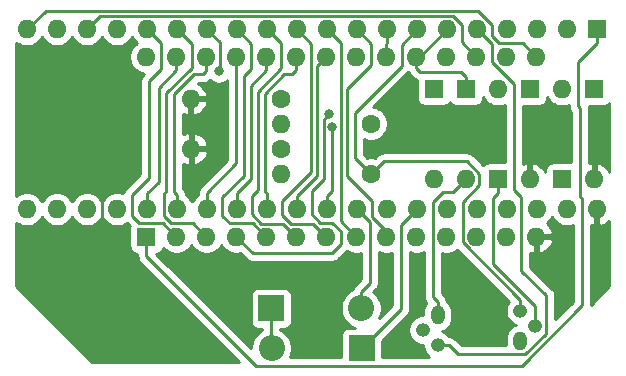
<source format=gbr>
G04 #@! TF.GenerationSoftware,KiCad,Pcbnew,5.1.10-88a1d61d58~88~ubuntu18.04.1*
G04 #@! TF.CreationDate,2021-09-30T23:52:24+02:00*
G04 #@! TF.ProjectId,adapt_prog_eprom-fat,61646170-745f-4707-926f-675f6570726f,rev?*
G04 #@! TF.SameCoordinates,Original*
G04 #@! TF.FileFunction,Copper,L2,Bot*
G04 #@! TF.FilePolarity,Positive*
%FSLAX46Y46*%
G04 Gerber Fmt 4.6, Leading zero omitted, Abs format (unit mm)*
G04 Created by KiCad (PCBNEW 5.1.10-88a1d61d58~88~ubuntu18.04.1) date 2021-09-30 23:52:24*
%MOMM*%
%LPD*%
G01*
G04 APERTURE LIST*
G04 #@! TA.AperFunction,ComponentPad*
%ADD10R,2.200000X2.200000*%
G04 #@! TD*
G04 #@! TA.AperFunction,ComponentPad*
%ADD11O,2.200000X2.200000*%
G04 #@! TD*
G04 #@! TA.AperFunction,ComponentPad*
%ADD12R,1.600000X1.600000*%
G04 #@! TD*
G04 #@! TA.AperFunction,ComponentPad*
%ADD13O,1.600000X1.600000*%
G04 #@! TD*
G04 #@! TA.AperFunction,ComponentPad*
%ADD14O,1.200000X1.200000*%
G04 #@! TD*
G04 #@! TA.AperFunction,ComponentPad*
%ADD15O,1.200000X1.600000*%
G04 #@! TD*
G04 #@! TA.AperFunction,ComponentPad*
%ADD16C,1.600000*%
G04 #@! TD*
G04 #@! TA.AperFunction,ViaPad*
%ADD17C,0.800000*%
G04 #@! TD*
G04 #@! TA.AperFunction,Conductor*
%ADD18C,0.250000*%
G04 #@! TD*
G04 #@! TA.AperFunction,Conductor*
%ADD19C,0.254000*%
G04 #@! TD*
G04 #@! TA.AperFunction,Conductor*
%ADD20C,0.100000*%
G04 #@! TD*
G04 APERTURE END LIST*
D10*
X127600000Y-40930000D03*
D11*
X119980000Y-40930000D03*
X127570000Y-37540000D03*
D10*
X119950000Y-37540000D03*
D12*
X136430000Y-18970000D03*
D13*
X136430000Y-26590000D03*
X133730000Y-26580000D03*
D12*
X133730000Y-18960000D03*
D13*
X141860000Y-26590000D03*
D12*
X141860000Y-18970000D03*
X139140000Y-26620000D03*
D13*
X139140000Y-19000000D03*
X144580000Y-19000000D03*
D12*
X144580000Y-26620000D03*
X147300000Y-18970000D03*
D13*
X147300000Y-26590000D03*
D14*
X141040000Y-37760000D03*
X142310000Y-39030000D03*
D15*
X141040000Y-40300000D03*
X134040000Y-38100000D03*
D14*
X132770000Y-39370000D03*
X134040000Y-40640000D03*
D13*
X120770000Y-26180000D03*
D16*
X128390000Y-26180000D03*
X120800000Y-24030000D03*
D13*
X113180000Y-24030000D03*
X120770000Y-21890000D03*
D16*
X128390000Y-21890000D03*
X120760000Y-19810000D03*
D13*
X113140000Y-19810000D03*
X147535000Y-29151000D03*
X99275000Y-13911000D03*
X144995000Y-29151000D03*
X101815000Y-13911000D03*
X142455000Y-29151000D03*
X104355000Y-13911000D03*
X139915000Y-29151000D03*
X106895000Y-13911000D03*
X137375000Y-29151000D03*
X109435000Y-13911000D03*
X134835000Y-29151000D03*
X111975000Y-13911000D03*
X132295000Y-29151000D03*
X114515000Y-13911000D03*
X129755000Y-29151000D03*
X117055000Y-13911000D03*
X127215000Y-29151000D03*
X119595000Y-13911000D03*
X124675000Y-29151000D03*
X122135000Y-13911000D03*
X122135000Y-29151000D03*
X124675000Y-13911000D03*
X119595000Y-29151000D03*
X127215000Y-13911000D03*
X117055000Y-29151000D03*
X129755000Y-13911000D03*
X114515000Y-29151000D03*
X132295000Y-13911000D03*
X111975000Y-29151000D03*
X134835000Y-13911000D03*
X109435000Y-29151000D03*
X137375000Y-13911000D03*
X106895000Y-29151000D03*
X139915000Y-13911000D03*
X104355000Y-29151000D03*
X142455000Y-13911000D03*
X101815000Y-29151000D03*
X144995000Y-13911000D03*
X99275000Y-29151000D03*
D12*
X147535000Y-13911000D03*
D13*
X109390000Y-16240000D03*
X142410000Y-31480000D03*
X111930000Y-16240000D03*
X139870000Y-31480000D03*
X114470000Y-16240000D03*
X137330000Y-31480000D03*
X117010000Y-16240000D03*
X134790000Y-31480000D03*
X119550000Y-16240000D03*
X132250000Y-31480000D03*
X122090000Y-16240000D03*
X129710000Y-31480000D03*
X124630000Y-16240000D03*
X127170000Y-31480000D03*
X127170000Y-16240000D03*
X124630000Y-31480000D03*
X129710000Y-16240000D03*
X122090000Y-31480000D03*
X132250000Y-16240000D03*
X119550000Y-31480000D03*
X134790000Y-16240000D03*
X117010000Y-31480000D03*
X137330000Y-16240000D03*
X114470000Y-31480000D03*
X139870000Y-16240000D03*
X111930000Y-31480000D03*
X142410000Y-16240000D03*
D12*
X109390000Y-31480000D03*
D17*
X142210000Y-23770000D03*
X108520000Y-36020000D03*
X105690000Y-23940000D03*
X136540000Y-36680000D03*
X130690000Y-39810000D03*
X123890000Y-37040000D03*
X129950000Y-36590000D03*
X130480000Y-22730000D03*
X144960000Y-32890000D03*
X115519000Y-17474300D03*
X124878800Y-21091200D03*
X125134990Y-22190700D03*
D18*
X130934500Y-37595500D02*
X129000000Y-39530000D01*
X132295000Y-29151000D02*
X130934500Y-30511500D01*
X129000000Y-39530000D02*
X127600000Y-40930000D01*
X130934500Y-30511500D02*
X130934500Y-37595500D01*
X119950000Y-40900000D02*
X119980000Y-40930000D01*
X119950000Y-37540000D02*
X119950000Y-40900000D01*
X127570000Y-36114700D02*
X127570000Y-37540000D01*
X128322000Y-35362700D02*
X127570000Y-36114700D01*
X128322000Y-30258000D02*
X128322000Y-35362700D01*
X127215000Y-29151000D02*
X128322000Y-30258000D01*
X132295000Y-13911000D02*
X130990000Y-15216000D01*
X128390000Y-26125000D02*
X128390000Y-26180000D01*
X136155100Y-28500200D02*
X136155100Y-31949800D01*
X136155100Y-31949800D02*
X141040000Y-36834700D01*
X137581600Y-27073700D02*
X136155100Y-28500200D01*
X137581600Y-26134900D02*
X137581600Y-27073700D01*
X141040000Y-37760000D02*
X141040000Y-36834700D01*
X129478350Y-25091650D02*
X128390000Y-26180000D01*
X136538350Y-25091650D02*
X129478350Y-25091650D01*
X136538350Y-25091650D02*
X137581600Y-26134900D01*
X128390000Y-26180000D02*
X127010000Y-24800000D01*
X127010000Y-20980000D02*
X130990000Y-17000000D01*
X127010000Y-24800000D02*
X127010000Y-20980000D01*
X130990000Y-15216000D02*
X130990000Y-17000000D01*
X139140000Y-26620000D02*
X139140000Y-27745300D01*
X139140000Y-27745300D02*
X138735000Y-28150300D01*
X138735000Y-28150300D02*
X138735000Y-33752100D01*
X138735000Y-33752100D02*
X142310000Y-37327100D01*
X142310000Y-37327100D02*
X142310000Y-39030000D01*
X136420000Y-26590000D02*
X136430000Y-26590000D01*
X134040000Y-38100000D02*
X134040000Y-36974700D01*
X133656800Y-28553200D02*
X134530000Y-27680000D01*
X134040000Y-36974700D02*
X133656800Y-36591500D01*
X133656800Y-36591500D02*
X133656800Y-28553200D01*
X134530000Y-27680000D02*
X135330000Y-27680000D01*
X135330000Y-27680000D02*
X136420000Y-26590000D01*
X141479100Y-41425700D02*
X135751000Y-41425700D01*
X143239000Y-39665800D02*
X141479100Y-41425700D01*
X141140000Y-34340800D02*
X143239000Y-36439800D01*
X141140000Y-28140000D02*
X141140000Y-34340800D01*
X137375000Y-13911000D02*
X137381000Y-13911000D01*
X137381000Y-13911000D02*
X138610000Y-15140000D01*
X138610000Y-15140000D02*
X138610000Y-16642500D01*
X135751000Y-41425700D02*
X134965300Y-40640000D01*
X143239000Y-36439800D02*
X143239000Y-39665800D01*
X138610000Y-16642500D02*
X140500000Y-18532500D01*
X140500000Y-18532500D02*
X140500000Y-27500000D01*
X134965300Y-40640000D02*
X134040000Y-40640000D01*
X140500000Y-27500000D02*
X141140000Y-28140000D01*
X142210000Y-23770000D02*
X141970000Y-24010000D01*
X141970000Y-26480000D02*
X141860000Y-26590000D01*
X141970000Y-24010000D02*
X141970000Y-26480000D01*
X105690000Y-27950000D02*
X105690000Y-23940000D01*
X108520000Y-36020000D02*
X105620000Y-33120000D01*
X105620000Y-28020000D02*
X105690000Y-27950000D01*
X105620000Y-33120000D02*
X105620000Y-28020000D01*
X142410000Y-33120000D02*
X142410000Y-31480000D01*
X142880000Y-33590000D02*
X142410000Y-33120000D01*
X144960000Y-32890000D02*
X143890000Y-33590000D01*
X143890000Y-33590000D02*
X142880000Y-33590000D01*
X99275000Y-13905000D02*
X99275000Y-13911000D01*
X137433900Y-12333000D02*
X100847000Y-12333000D01*
X142410000Y-16230000D02*
X141270000Y-15090000D01*
X142410000Y-16240000D02*
X142410000Y-16230000D01*
X138645000Y-13544100D02*
X137433900Y-12333000D01*
X141270000Y-15090000D02*
X139270000Y-15090000D01*
X100847000Y-12333000D02*
X99275000Y-13905000D01*
X139270000Y-15090000D02*
X138645000Y-14465000D01*
X138645000Y-14465000D02*
X138645000Y-13544100D01*
X105480300Y-12785700D02*
X104355000Y-13911000D01*
X135312700Y-12785700D02*
X105480300Y-12785700D01*
X136105000Y-13578000D02*
X135312700Y-12785700D01*
X137330000Y-16240000D02*
X136105000Y-15015000D01*
X136105000Y-15015000D02*
X136105000Y-13578000D01*
X108780000Y-30310000D02*
X110760000Y-30310000D01*
X108160000Y-29690000D02*
X108780000Y-30310000D01*
X110760000Y-30310000D02*
X111930000Y-31480000D01*
X109435000Y-13911000D02*
X110630000Y-15106000D01*
X110630000Y-15106000D02*
X110630000Y-17300000D01*
X110630000Y-17300000D02*
X109610000Y-18320000D01*
X109610000Y-26460000D02*
X108160000Y-27910000D01*
X109610000Y-18320000D02*
X109610000Y-26460000D01*
X108160000Y-27910000D02*
X108160000Y-29690000D01*
X113210000Y-17180000D02*
X113210000Y-15150000D01*
X113310000Y-30320000D02*
X111470000Y-30320000D01*
X114470000Y-31480000D02*
X113310000Y-30320000D01*
X111470000Y-30320000D02*
X110834000Y-29684000D01*
X111975000Y-13915000D02*
X111975000Y-13911000D01*
X110834000Y-29684000D02*
X110834000Y-27856000D01*
X113210000Y-15150000D02*
X111975000Y-13915000D01*
X110834000Y-27856000D02*
X111060000Y-27630000D01*
X111060000Y-19330000D02*
X113210000Y-17180000D01*
X111060000Y-27630000D02*
X111060000Y-19330000D01*
X114515000Y-13935000D02*
X114515000Y-13911000D01*
X115597300Y-15017300D02*
X114515000Y-13935000D01*
X115519000Y-17474300D02*
X115597300Y-17396000D01*
X115597300Y-17396000D02*
X115597300Y-15017300D01*
X125080000Y-32850000D02*
X118380000Y-32850000D01*
X125860000Y-32070000D02*
X125080000Y-32850000D01*
X125860000Y-31020000D02*
X125860000Y-32070000D01*
X125133000Y-30293000D02*
X125860000Y-31020000D01*
X124409988Y-21560012D02*
X124409988Y-26550012D01*
X123400000Y-27560000D02*
X123400000Y-29580000D01*
X118380000Y-32850000D02*
X117010000Y-31480000D01*
X124878800Y-21091200D02*
X124409988Y-21560012D01*
X124113000Y-30293000D02*
X125133000Y-30293000D01*
X124409988Y-26550012D02*
X123400000Y-27560000D01*
X123400000Y-29580000D02*
X124113000Y-30293000D01*
X116440000Y-30320000D02*
X118390000Y-30320000D01*
X115810000Y-29690000D02*
X116440000Y-30320000D01*
X118270000Y-17240000D02*
X117630000Y-17880000D01*
X118270000Y-15126000D02*
X118270000Y-17240000D01*
X117055000Y-13911000D02*
X118270000Y-15126000D01*
X117630000Y-17880000D02*
X117630000Y-26330000D01*
X118390000Y-30320000D02*
X119550000Y-31480000D01*
X117630000Y-26330000D02*
X115810000Y-28150000D01*
X115810000Y-28150000D02*
X115810000Y-29690000D01*
X120964700Y-30354700D02*
X122090000Y-31480000D01*
X119114700Y-30354700D02*
X120964700Y-30354700D01*
X118290000Y-29530000D02*
X119114700Y-30354700D01*
X118290000Y-28060000D02*
X118290000Y-29530000D01*
X119601000Y-13911000D02*
X120800000Y-15110000D01*
X119595000Y-13911000D02*
X119601000Y-13911000D01*
X120800000Y-15110000D02*
X120800000Y-17210000D01*
X120800000Y-17210000D02*
X118820000Y-19190000D01*
X118820000Y-19190000D02*
X118820000Y-27530000D01*
X118820000Y-27530000D02*
X118290000Y-28060000D01*
X125134990Y-27559640D02*
X125134990Y-22190700D01*
X124675000Y-28019630D02*
X125134990Y-27559640D01*
X124675000Y-29151000D02*
X124675000Y-28019630D01*
X123350000Y-15126000D02*
X122135000Y-13911000D01*
X123504700Y-30354700D02*
X121614700Y-30354700D01*
X124630000Y-31480000D02*
X123504700Y-30354700D01*
X121614700Y-30354700D02*
X120900000Y-29640000D01*
X120900000Y-29640000D02*
X120900000Y-28480000D01*
X120900000Y-28480000D02*
X123350000Y-26030000D01*
X123350000Y-26030000D02*
X123350000Y-15126000D01*
X123830001Y-17039999D02*
X123830001Y-26330699D01*
X122135000Y-28025700D02*
X122135000Y-29151000D01*
X124630000Y-16240000D02*
X123830001Y-17039999D01*
X123830001Y-26330699D02*
X122135000Y-28025700D01*
X125860000Y-30170000D02*
X127170000Y-31480000D01*
X125860000Y-15096000D02*
X125860000Y-30170000D01*
X124675000Y-13911000D02*
X125860000Y-15096000D01*
X119595000Y-27835000D02*
X119595000Y-29151000D01*
X122090000Y-17350000D02*
X121750000Y-17690000D01*
X121750000Y-17690000D02*
X121050000Y-17690000D01*
X122090000Y-16240000D02*
X122090000Y-17350000D01*
X119390000Y-27630000D02*
X119595000Y-27835000D01*
X121050000Y-17690000D02*
X119390000Y-19350000D01*
X119390000Y-19350000D02*
X119390000Y-27630000D01*
X128430000Y-15126000D02*
X128430000Y-16930000D01*
X127215000Y-13911000D02*
X128430000Y-15126000D01*
X128480000Y-28420000D02*
X128480000Y-29779590D01*
X128480000Y-29779590D02*
X129710000Y-31009590D01*
X128430000Y-16930000D02*
X126370000Y-18990000D01*
X129710000Y-31009590D02*
X129710000Y-31480000D01*
X126370000Y-18990000D02*
X126370000Y-26310000D01*
X126370000Y-26310000D02*
X128480000Y-28420000D01*
X117055000Y-27775000D02*
X117055000Y-29151000D01*
X118230000Y-26600000D02*
X117055000Y-27775000D01*
X118230000Y-18685300D02*
X118230000Y-26600000D01*
X119550000Y-16240000D02*
X119550000Y-17365300D01*
X119550000Y-17365300D02*
X118230000Y-18685300D01*
X129710000Y-16240000D02*
X129710000Y-15114700D01*
X129710000Y-15114700D02*
X129755000Y-15069700D01*
X129755000Y-15069700D02*
X129755000Y-13911000D01*
X117010000Y-16240000D02*
X117010000Y-25260000D01*
X114515000Y-27755000D02*
X114515000Y-29151000D01*
X117010000Y-25260000D02*
X114515000Y-27755000D01*
X111975000Y-27925000D02*
X111975000Y-29151000D01*
X114470000Y-17410000D02*
X114160000Y-17720000D01*
X114470000Y-16240000D02*
X114470000Y-17410000D01*
X114160000Y-17720000D02*
X113420000Y-17720000D01*
X111720000Y-27670000D02*
X111975000Y-27925000D01*
X113420000Y-17720000D02*
X111720000Y-19420000D01*
X111720000Y-19420000D02*
X111720000Y-27670000D01*
X132250000Y-16240000D02*
X132510000Y-16240000D01*
X134835000Y-13915000D02*
X134835000Y-13911000D01*
X132510000Y-16240000D02*
X134835000Y-13915000D01*
X136430000Y-17910000D02*
X136430000Y-18970000D01*
X136030000Y-17510000D02*
X136430000Y-17910000D01*
X132540000Y-17510000D02*
X136030000Y-17510000D01*
X132250000Y-16240000D02*
X132250000Y-17220000D01*
X132250000Y-17220000D02*
X132540000Y-17510000D01*
X109435000Y-27805000D02*
X109435000Y-29151000D01*
X110420000Y-26820000D02*
X109435000Y-27805000D01*
X110420000Y-18875300D02*
X110420000Y-26820000D01*
X111930000Y-16240000D02*
X111930000Y-17365300D01*
X111930000Y-17365300D02*
X110420000Y-18875300D01*
X145890000Y-16681300D02*
X147535000Y-15036300D01*
X146120400Y-28079600D02*
X146120400Y-20609600D01*
X109390000Y-33140300D02*
X118629690Y-42379990D01*
X109390000Y-31480000D02*
X109390000Y-33140300D01*
X141161710Y-42379990D02*
X146250000Y-37291700D01*
X145890000Y-20379200D02*
X145890000Y-16681300D01*
X118629690Y-42379990D02*
X141161710Y-42379990D01*
X146120400Y-20609600D02*
X145890000Y-20379200D01*
X146250000Y-37291700D02*
X146250000Y-28209200D01*
X147535000Y-15036300D02*
X147535000Y-13911000D01*
X146250000Y-28209200D02*
X146120400Y-28079600D01*
D19*
X105780363Y-30065759D02*
X105980241Y-30265637D01*
X106215273Y-30422680D01*
X106476426Y-30530853D01*
X106753665Y-30586000D01*
X107036335Y-30586000D01*
X107313574Y-30530853D01*
X107574727Y-30422680D01*
X107720486Y-30325287D01*
X107962980Y-30567782D01*
X107951928Y-30680000D01*
X107951928Y-32280000D01*
X107964188Y-32404482D01*
X108000498Y-32524180D01*
X108059463Y-32634494D01*
X108138815Y-32731185D01*
X108235506Y-32810537D01*
X108345820Y-32869502D01*
X108465518Y-32905812D01*
X108590000Y-32918072D01*
X108630001Y-32918072D01*
X108630001Y-33102968D01*
X108626324Y-33140300D01*
X108640998Y-33289285D01*
X108684454Y-33432546D01*
X108755026Y-33564576D01*
X108783280Y-33599003D01*
X108850000Y-33680301D01*
X108878998Y-33704099D01*
X117244898Y-42070000D01*
X104794091Y-42070000D01*
X98380000Y-35655909D01*
X98380000Y-30278840D01*
X98595273Y-30422680D01*
X98856426Y-30530853D01*
X99133665Y-30586000D01*
X99416335Y-30586000D01*
X99693574Y-30530853D01*
X99954727Y-30422680D01*
X100189759Y-30265637D01*
X100389637Y-30065759D01*
X100545000Y-29833241D01*
X100700363Y-30065759D01*
X100900241Y-30265637D01*
X101135273Y-30422680D01*
X101396426Y-30530853D01*
X101673665Y-30586000D01*
X101956335Y-30586000D01*
X102233574Y-30530853D01*
X102494727Y-30422680D01*
X102729759Y-30265637D01*
X102929637Y-30065759D01*
X103085000Y-29833241D01*
X103240363Y-30065759D01*
X103440241Y-30265637D01*
X103675273Y-30422680D01*
X103936426Y-30530853D01*
X104213665Y-30586000D01*
X104496335Y-30586000D01*
X104773574Y-30530853D01*
X105034727Y-30422680D01*
X105269759Y-30265637D01*
X105469637Y-30065759D01*
X105625000Y-29833241D01*
X105780363Y-30065759D01*
G04 #@! TA.AperFunction,Conductor*
D20*
G36*
X105780363Y-30065759D02*
G01*
X105980241Y-30265637D01*
X106215273Y-30422680D01*
X106476426Y-30530853D01*
X106753665Y-30586000D01*
X107036335Y-30586000D01*
X107313574Y-30530853D01*
X107574727Y-30422680D01*
X107720486Y-30325287D01*
X107962980Y-30567782D01*
X107951928Y-30680000D01*
X107951928Y-32280000D01*
X107964188Y-32404482D01*
X108000498Y-32524180D01*
X108059463Y-32634494D01*
X108138815Y-32731185D01*
X108235506Y-32810537D01*
X108345820Y-32869502D01*
X108465518Y-32905812D01*
X108590000Y-32918072D01*
X108630001Y-32918072D01*
X108630001Y-33102968D01*
X108626324Y-33140300D01*
X108640998Y-33289285D01*
X108684454Y-33432546D01*
X108755026Y-33564576D01*
X108783280Y-33599003D01*
X108850000Y-33680301D01*
X108878998Y-33704099D01*
X117244898Y-42070000D01*
X104794091Y-42070000D01*
X98380000Y-35655909D01*
X98380000Y-30278840D01*
X98595273Y-30422680D01*
X98856426Y-30530853D01*
X99133665Y-30586000D01*
X99416335Y-30586000D01*
X99693574Y-30530853D01*
X99954727Y-30422680D01*
X100189759Y-30265637D01*
X100389637Y-30065759D01*
X100545000Y-29833241D01*
X100700363Y-30065759D01*
X100900241Y-30265637D01*
X101135273Y-30422680D01*
X101396426Y-30530853D01*
X101673665Y-30586000D01*
X101956335Y-30586000D01*
X102233574Y-30530853D01*
X102494727Y-30422680D01*
X102729759Y-30265637D01*
X102929637Y-30065759D01*
X103085000Y-29833241D01*
X103240363Y-30065759D01*
X103440241Y-30265637D01*
X103675273Y-30422680D01*
X103936426Y-30530853D01*
X104213665Y-30586000D01*
X104496335Y-30586000D01*
X104773574Y-30530853D01*
X105034727Y-30422680D01*
X105269759Y-30265637D01*
X105469637Y-30065759D01*
X105625000Y-29833241D01*
X105780363Y-30065759D01*
G37*
G04 #@! TD.AperFunction*
D19*
X132896800Y-36554178D02*
X132893124Y-36591500D01*
X132896800Y-36628822D01*
X132896800Y-36628832D01*
X132907797Y-36740485D01*
X132939955Y-36846498D01*
X132951254Y-36883746D01*
X133021826Y-37015776D01*
X133054426Y-37055499D01*
X133094921Y-37104842D01*
X133008168Y-37210551D01*
X132893489Y-37425099D01*
X132822870Y-37657898D01*
X132805000Y-37839335D01*
X132805000Y-38135000D01*
X132648363Y-38135000D01*
X132409764Y-38182460D01*
X132185008Y-38275557D01*
X131982733Y-38410713D01*
X131810713Y-38582733D01*
X131675557Y-38785008D01*
X131582460Y-39009764D01*
X131535000Y-39248363D01*
X131535000Y-39491637D01*
X131582460Y-39730236D01*
X131675557Y-39954992D01*
X131810713Y-40157267D01*
X131982733Y-40329287D01*
X132185008Y-40464443D01*
X132409764Y-40557540D01*
X132648363Y-40605000D01*
X132805000Y-40605000D01*
X132805000Y-40761637D01*
X132852460Y-41000236D01*
X132945557Y-41224992D01*
X133080713Y-41427267D01*
X133252733Y-41599287D01*
X133283717Y-41619990D01*
X129338072Y-41619990D01*
X129338072Y-40266730D01*
X129563799Y-40041003D01*
X129563803Y-40040998D01*
X131445503Y-38159299D01*
X131474501Y-38135501D01*
X131520049Y-38080001D01*
X131569474Y-38019777D01*
X131640046Y-37887747D01*
X131667472Y-37797333D01*
X131683503Y-37744486D01*
X131694500Y-37632833D01*
X131694500Y-37632824D01*
X131698176Y-37595501D01*
X131694500Y-37558178D01*
X131694500Y-32803136D01*
X131831426Y-32859853D01*
X132108665Y-32915000D01*
X132391335Y-32915000D01*
X132668574Y-32859853D01*
X132896800Y-32765319D01*
X132896800Y-36554178D01*
G04 #@! TA.AperFunction,Conductor*
D20*
G36*
X132896800Y-36554178D02*
G01*
X132893124Y-36591500D01*
X132896800Y-36628822D01*
X132896800Y-36628832D01*
X132907797Y-36740485D01*
X132939955Y-36846498D01*
X132951254Y-36883746D01*
X133021826Y-37015776D01*
X133054426Y-37055499D01*
X133094921Y-37104842D01*
X133008168Y-37210551D01*
X132893489Y-37425099D01*
X132822870Y-37657898D01*
X132805000Y-37839335D01*
X132805000Y-38135000D01*
X132648363Y-38135000D01*
X132409764Y-38182460D01*
X132185008Y-38275557D01*
X131982733Y-38410713D01*
X131810713Y-38582733D01*
X131675557Y-38785008D01*
X131582460Y-39009764D01*
X131535000Y-39248363D01*
X131535000Y-39491637D01*
X131582460Y-39730236D01*
X131675557Y-39954992D01*
X131810713Y-40157267D01*
X131982733Y-40329287D01*
X132185008Y-40464443D01*
X132409764Y-40557540D01*
X132648363Y-40605000D01*
X132805000Y-40605000D01*
X132805000Y-40761637D01*
X132852460Y-41000236D01*
X132945557Y-41224992D01*
X133080713Y-41427267D01*
X133252733Y-41599287D01*
X133283717Y-41619990D01*
X129338072Y-41619990D01*
X129338072Y-40266730D01*
X129563799Y-40041003D01*
X129563803Y-40040998D01*
X131445503Y-38159299D01*
X131474501Y-38135501D01*
X131520049Y-38080001D01*
X131569474Y-38019777D01*
X131640046Y-37887747D01*
X131667472Y-37797333D01*
X131683503Y-37744486D01*
X131694500Y-37632833D01*
X131694500Y-37632824D01*
X131698176Y-37595501D01*
X131694500Y-37558178D01*
X131694500Y-32803136D01*
X131831426Y-32859853D01*
X132108665Y-32915000D01*
X132391335Y-32915000D01*
X132668574Y-32859853D01*
X132896800Y-32765319D01*
X132896800Y-36554178D01*
G37*
G04 #@! TD.AperFunction*
D19*
X115895363Y-32394759D02*
X116095241Y-32594637D01*
X116330273Y-32751680D01*
X116591426Y-32859853D01*
X116868665Y-32915000D01*
X117151335Y-32915000D01*
X117333886Y-32878688D01*
X117816201Y-33361003D01*
X117839999Y-33390001D01*
X117925115Y-33459854D01*
X117955724Y-33484974D01*
X118087753Y-33555546D01*
X118231014Y-33599003D01*
X118380000Y-33613677D01*
X118417333Y-33610000D01*
X125042678Y-33610000D01*
X125080000Y-33613676D01*
X125117322Y-33610000D01*
X125117333Y-33610000D01*
X125228986Y-33599003D01*
X125372247Y-33555546D01*
X125504276Y-33484974D01*
X125620001Y-33390001D01*
X125643803Y-33360998D01*
X126348111Y-32656691D01*
X126490273Y-32751680D01*
X126751426Y-32859853D01*
X127028665Y-32915000D01*
X127311335Y-32915000D01*
X127562001Y-32865139D01*
X127562001Y-35047897D01*
X127059002Y-35550897D01*
X127029999Y-35574699D01*
X126974871Y-35641874D01*
X126935026Y-35690424D01*
X126873876Y-35804826D01*
X126864454Y-35822454D01*
X126820997Y-35965715D01*
X126820321Y-35972577D01*
X126748169Y-36002463D01*
X126464002Y-36192337D01*
X126222337Y-36434002D01*
X126032463Y-36718169D01*
X125901675Y-37033919D01*
X125835000Y-37369117D01*
X125835000Y-37710883D01*
X125901675Y-38046081D01*
X126032463Y-38361831D01*
X126222337Y-38645998D01*
X126464002Y-38887663D01*
X126748169Y-39077537D01*
X127024333Y-39191928D01*
X126500000Y-39191928D01*
X126375518Y-39204188D01*
X126255820Y-39240498D01*
X126145506Y-39299463D01*
X126048815Y-39378815D01*
X125969463Y-39475506D01*
X125910498Y-39585820D01*
X125874188Y-39705518D01*
X125861928Y-39830000D01*
X125861928Y-41619990D01*
X121572147Y-41619990D01*
X121648325Y-41436081D01*
X121715000Y-41100883D01*
X121715000Y-40759117D01*
X121648325Y-40423919D01*
X121517537Y-40108169D01*
X121327663Y-39824002D01*
X121085998Y-39582337D01*
X120801831Y-39392463D01*
X120710000Y-39354425D01*
X120710000Y-39278072D01*
X121050000Y-39278072D01*
X121174482Y-39265812D01*
X121294180Y-39229502D01*
X121404494Y-39170537D01*
X121501185Y-39091185D01*
X121580537Y-38994494D01*
X121639502Y-38884180D01*
X121675812Y-38764482D01*
X121688072Y-38640000D01*
X121688072Y-36440000D01*
X121675812Y-36315518D01*
X121639502Y-36195820D01*
X121580537Y-36085506D01*
X121501185Y-35988815D01*
X121404494Y-35909463D01*
X121294180Y-35850498D01*
X121174482Y-35814188D01*
X121050000Y-35801928D01*
X118850000Y-35801928D01*
X118725518Y-35814188D01*
X118605820Y-35850498D01*
X118495506Y-35909463D01*
X118398815Y-35988815D01*
X118319463Y-36085506D01*
X118260498Y-36195820D01*
X118224188Y-36315518D01*
X118211928Y-36440000D01*
X118211928Y-38640000D01*
X118224188Y-38764482D01*
X118260498Y-38884180D01*
X118319463Y-38994494D01*
X118398815Y-39091185D01*
X118495506Y-39170537D01*
X118605820Y-39229502D01*
X118725518Y-39265812D01*
X118850000Y-39278072D01*
X119190001Y-39278072D01*
X119190001Y-39379278D01*
X119158169Y-39392463D01*
X118874002Y-39582337D01*
X118632337Y-39824002D01*
X118442463Y-40108169D01*
X118311675Y-40423919D01*
X118245000Y-40759117D01*
X118245000Y-40920498D01*
X110237859Y-32913358D01*
X110314482Y-32905812D01*
X110434180Y-32869502D01*
X110544494Y-32810537D01*
X110641185Y-32731185D01*
X110720537Y-32634494D01*
X110779502Y-32524180D01*
X110815812Y-32404482D01*
X110816643Y-32396039D01*
X111015241Y-32594637D01*
X111250273Y-32751680D01*
X111511426Y-32859853D01*
X111788665Y-32915000D01*
X112071335Y-32915000D01*
X112348574Y-32859853D01*
X112609727Y-32751680D01*
X112844759Y-32594637D01*
X113044637Y-32394759D01*
X113200000Y-32162241D01*
X113355363Y-32394759D01*
X113555241Y-32594637D01*
X113790273Y-32751680D01*
X114051426Y-32859853D01*
X114328665Y-32915000D01*
X114611335Y-32915000D01*
X114888574Y-32859853D01*
X115149727Y-32751680D01*
X115384759Y-32594637D01*
X115584637Y-32394759D01*
X115740000Y-32162241D01*
X115895363Y-32394759D01*
G04 #@! TA.AperFunction,Conductor*
D20*
G36*
X115895363Y-32394759D02*
G01*
X116095241Y-32594637D01*
X116330273Y-32751680D01*
X116591426Y-32859853D01*
X116868665Y-32915000D01*
X117151335Y-32915000D01*
X117333886Y-32878688D01*
X117816201Y-33361003D01*
X117839999Y-33390001D01*
X117925115Y-33459854D01*
X117955724Y-33484974D01*
X118087753Y-33555546D01*
X118231014Y-33599003D01*
X118380000Y-33613677D01*
X118417333Y-33610000D01*
X125042678Y-33610000D01*
X125080000Y-33613676D01*
X125117322Y-33610000D01*
X125117333Y-33610000D01*
X125228986Y-33599003D01*
X125372247Y-33555546D01*
X125504276Y-33484974D01*
X125620001Y-33390001D01*
X125643803Y-33360998D01*
X126348111Y-32656691D01*
X126490273Y-32751680D01*
X126751426Y-32859853D01*
X127028665Y-32915000D01*
X127311335Y-32915000D01*
X127562001Y-32865139D01*
X127562001Y-35047897D01*
X127059002Y-35550897D01*
X127029999Y-35574699D01*
X126974871Y-35641874D01*
X126935026Y-35690424D01*
X126873876Y-35804826D01*
X126864454Y-35822454D01*
X126820997Y-35965715D01*
X126820321Y-35972577D01*
X126748169Y-36002463D01*
X126464002Y-36192337D01*
X126222337Y-36434002D01*
X126032463Y-36718169D01*
X125901675Y-37033919D01*
X125835000Y-37369117D01*
X125835000Y-37710883D01*
X125901675Y-38046081D01*
X126032463Y-38361831D01*
X126222337Y-38645998D01*
X126464002Y-38887663D01*
X126748169Y-39077537D01*
X127024333Y-39191928D01*
X126500000Y-39191928D01*
X126375518Y-39204188D01*
X126255820Y-39240498D01*
X126145506Y-39299463D01*
X126048815Y-39378815D01*
X125969463Y-39475506D01*
X125910498Y-39585820D01*
X125874188Y-39705518D01*
X125861928Y-39830000D01*
X125861928Y-41619990D01*
X121572147Y-41619990D01*
X121648325Y-41436081D01*
X121715000Y-41100883D01*
X121715000Y-40759117D01*
X121648325Y-40423919D01*
X121517537Y-40108169D01*
X121327663Y-39824002D01*
X121085998Y-39582337D01*
X120801831Y-39392463D01*
X120710000Y-39354425D01*
X120710000Y-39278072D01*
X121050000Y-39278072D01*
X121174482Y-39265812D01*
X121294180Y-39229502D01*
X121404494Y-39170537D01*
X121501185Y-39091185D01*
X121580537Y-38994494D01*
X121639502Y-38884180D01*
X121675812Y-38764482D01*
X121688072Y-38640000D01*
X121688072Y-36440000D01*
X121675812Y-36315518D01*
X121639502Y-36195820D01*
X121580537Y-36085506D01*
X121501185Y-35988815D01*
X121404494Y-35909463D01*
X121294180Y-35850498D01*
X121174482Y-35814188D01*
X121050000Y-35801928D01*
X118850000Y-35801928D01*
X118725518Y-35814188D01*
X118605820Y-35850498D01*
X118495506Y-35909463D01*
X118398815Y-35988815D01*
X118319463Y-36085506D01*
X118260498Y-36195820D01*
X118224188Y-36315518D01*
X118211928Y-36440000D01*
X118211928Y-38640000D01*
X118224188Y-38764482D01*
X118260498Y-38884180D01*
X118319463Y-38994494D01*
X118398815Y-39091185D01*
X118495506Y-39170537D01*
X118605820Y-39229502D01*
X118725518Y-39265812D01*
X118850000Y-39278072D01*
X119190001Y-39278072D01*
X119190001Y-39379278D01*
X119158169Y-39392463D01*
X118874002Y-39582337D01*
X118632337Y-39824002D01*
X118442463Y-40108169D01*
X118311675Y-40423919D01*
X118245000Y-40759117D01*
X118245000Y-40920498D01*
X110237859Y-32913358D01*
X110314482Y-32905812D01*
X110434180Y-32869502D01*
X110544494Y-32810537D01*
X110641185Y-32731185D01*
X110720537Y-32634494D01*
X110779502Y-32524180D01*
X110815812Y-32404482D01*
X110816643Y-32396039D01*
X111015241Y-32594637D01*
X111250273Y-32751680D01*
X111511426Y-32859853D01*
X111788665Y-32915000D01*
X112071335Y-32915000D01*
X112348574Y-32859853D01*
X112609727Y-32751680D01*
X112844759Y-32594637D01*
X113044637Y-32394759D01*
X113200000Y-32162241D01*
X113355363Y-32394759D01*
X113555241Y-32594637D01*
X113790273Y-32751680D01*
X114051426Y-32859853D01*
X114328665Y-32915000D01*
X114611335Y-32915000D01*
X114888574Y-32859853D01*
X115149727Y-32751680D01*
X115384759Y-32594637D01*
X115584637Y-32394759D01*
X115740000Y-32162241D01*
X115895363Y-32394759D01*
G37*
G04 #@! TD.AperFunction*
D19*
X140091972Y-36961474D02*
X140080713Y-36972733D01*
X139945557Y-37175008D01*
X139852460Y-37399764D01*
X139805000Y-37638363D01*
X139805000Y-37881637D01*
X139852460Y-38120236D01*
X139945557Y-38344992D01*
X140080713Y-38547267D01*
X140252733Y-38719287D01*
X140455008Y-38854443D01*
X140639580Y-38930895D01*
X140565099Y-38953489D01*
X140350551Y-39068167D01*
X140162498Y-39222498D01*
X140008167Y-39410552D01*
X139893489Y-39625100D01*
X139822870Y-39857899D01*
X139805000Y-40039336D01*
X139805000Y-40560665D01*
X139815345Y-40665700D01*
X136065802Y-40665700D01*
X135529103Y-40129002D01*
X135505301Y-40099999D01*
X135389576Y-40005026D01*
X135257547Y-39934454D01*
X135114286Y-39890997D01*
X135018554Y-39881568D01*
X134999287Y-39852733D01*
X134827267Y-39680713D01*
X134624992Y-39545557D01*
X134440419Y-39469105D01*
X134514900Y-39446511D01*
X134729448Y-39331833D01*
X134917502Y-39177502D01*
X135071833Y-38989449D01*
X135186511Y-38774901D01*
X135257130Y-38542102D01*
X135275000Y-38360665D01*
X135275000Y-37839336D01*
X135257130Y-37657899D01*
X135186511Y-37425100D01*
X135071833Y-37210551D01*
X134917502Y-37022498D01*
X134798789Y-36925073D01*
X134789003Y-36825714D01*
X134745546Y-36682453D01*
X134674974Y-36550424D01*
X134580001Y-36434699D01*
X134550997Y-36410896D01*
X134416800Y-36276699D01*
X134416800Y-32868879D01*
X134648665Y-32915000D01*
X134931335Y-32915000D01*
X135208574Y-32859853D01*
X135469727Y-32751680D01*
X135704759Y-32594637D01*
X135714947Y-32584449D01*
X140091972Y-36961474D01*
G04 #@! TA.AperFunction,Conductor*
D20*
G36*
X140091972Y-36961474D02*
G01*
X140080713Y-36972733D01*
X139945557Y-37175008D01*
X139852460Y-37399764D01*
X139805000Y-37638363D01*
X139805000Y-37881637D01*
X139852460Y-38120236D01*
X139945557Y-38344992D01*
X140080713Y-38547267D01*
X140252733Y-38719287D01*
X140455008Y-38854443D01*
X140639580Y-38930895D01*
X140565099Y-38953489D01*
X140350551Y-39068167D01*
X140162498Y-39222498D01*
X140008167Y-39410552D01*
X139893489Y-39625100D01*
X139822870Y-39857899D01*
X139805000Y-40039336D01*
X139805000Y-40560665D01*
X139815345Y-40665700D01*
X136065802Y-40665700D01*
X135529103Y-40129002D01*
X135505301Y-40099999D01*
X135389576Y-40005026D01*
X135257547Y-39934454D01*
X135114286Y-39890997D01*
X135018554Y-39881568D01*
X134999287Y-39852733D01*
X134827267Y-39680713D01*
X134624992Y-39545557D01*
X134440419Y-39469105D01*
X134514900Y-39446511D01*
X134729448Y-39331833D01*
X134917502Y-39177502D01*
X135071833Y-38989449D01*
X135186511Y-38774901D01*
X135257130Y-38542102D01*
X135275000Y-38360665D01*
X135275000Y-37839336D01*
X135257130Y-37657899D01*
X135186511Y-37425100D01*
X135071833Y-37210551D01*
X134917502Y-37022498D01*
X134798789Y-36925073D01*
X134789003Y-36825714D01*
X134745546Y-36682453D01*
X134674974Y-36550424D01*
X134580001Y-36434699D01*
X134550997Y-36410896D01*
X134416800Y-36276699D01*
X134416800Y-32868879D01*
X134648665Y-32915000D01*
X134931335Y-32915000D01*
X135208574Y-32859853D01*
X135469727Y-32751680D01*
X135704759Y-32594637D01*
X135714947Y-32584449D01*
X140091972Y-36961474D01*
G37*
G04 #@! TD.AperFunction*
D19*
X143880363Y-30065759D02*
X144080241Y-30265637D01*
X144315273Y-30422680D01*
X144576426Y-30530853D01*
X144853665Y-30586000D01*
X145136335Y-30586000D01*
X145413574Y-30530853D01*
X145490001Y-30499196D01*
X145490000Y-36976898D01*
X143999000Y-38467898D01*
X143999000Y-36477122D01*
X144002676Y-36439799D01*
X143999000Y-36402476D01*
X143999000Y-36402467D01*
X143988003Y-36290814D01*
X143944546Y-36147553D01*
X143873974Y-36015524D01*
X143779001Y-35899799D01*
X143750004Y-35876002D01*
X141900000Y-34025999D01*
X141900000Y-32818526D01*
X141926913Y-32831246D01*
X142060961Y-32871904D01*
X142283000Y-32749915D01*
X142283000Y-31607000D01*
X142537000Y-31607000D01*
X142537000Y-32749915D01*
X142759039Y-32871904D01*
X142893087Y-32831246D01*
X143147420Y-32711037D01*
X143373414Y-32543519D01*
X143562385Y-32335131D01*
X143707070Y-32093881D01*
X143801909Y-31829040D01*
X143680624Y-31607000D01*
X142537000Y-31607000D01*
X142283000Y-31607000D01*
X142263000Y-31607000D01*
X142263000Y-31353000D01*
X142283000Y-31353000D01*
X142283000Y-31333000D01*
X142537000Y-31333000D01*
X142537000Y-31353000D01*
X143680624Y-31353000D01*
X143801909Y-31130960D01*
X143707070Y-30866119D01*
X143562385Y-30624869D01*
X143373414Y-30416481D01*
X143264656Y-30335864D01*
X143369759Y-30265637D01*
X143569637Y-30065759D01*
X143725000Y-29833241D01*
X143880363Y-30065759D01*
G04 #@! TA.AperFunction,Conductor*
D20*
G36*
X143880363Y-30065759D02*
G01*
X144080241Y-30265637D01*
X144315273Y-30422680D01*
X144576426Y-30530853D01*
X144853665Y-30586000D01*
X145136335Y-30586000D01*
X145413574Y-30530853D01*
X145490001Y-30499196D01*
X145490000Y-36976898D01*
X143999000Y-38467898D01*
X143999000Y-36477122D01*
X144002676Y-36439799D01*
X143999000Y-36402476D01*
X143999000Y-36402467D01*
X143988003Y-36290814D01*
X143944546Y-36147553D01*
X143873974Y-36015524D01*
X143779001Y-35899799D01*
X143750004Y-35876002D01*
X141900000Y-34025999D01*
X141900000Y-32818526D01*
X141926913Y-32831246D01*
X142060961Y-32871904D01*
X142283000Y-32749915D01*
X142283000Y-31607000D01*
X142537000Y-31607000D01*
X142537000Y-32749915D01*
X142759039Y-32871904D01*
X142893087Y-32831246D01*
X143147420Y-32711037D01*
X143373414Y-32543519D01*
X143562385Y-32335131D01*
X143707070Y-32093881D01*
X143801909Y-31829040D01*
X143680624Y-31607000D01*
X142537000Y-31607000D01*
X142283000Y-31607000D01*
X142263000Y-31607000D01*
X142263000Y-31353000D01*
X142283000Y-31353000D01*
X142283000Y-31333000D01*
X142537000Y-31333000D01*
X142537000Y-31353000D01*
X143680624Y-31353000D01*
X143801909Y-31130960D01*
X143707070Y-30866119D01*
X143562385Y-30624869D01*
X143373414Y-30416481D01*
X143264656Y-30335864D01*
X143369759Y-30265637D01*
X143569637Y-30065759D01*
X143725000Y-29833241D01*
X143880363Y-30065759D01*
G37*
G04 #@! TD.AperFunction*
D19*
X129291426Y-32859853D02*
X129568665Y-32915000D01*
X129851335Y-32915000D01*
X130128574Y-32859853D01*
X130174500Y-32840830D01*
X130174501Y-37280697D01*
X129117556Y-38337642D01*
X129238325Y-38046081D01*
X129305000Y-37710883D01*
X129305000Y-37369117D01*
X129238325Y-37033919D01*
X129107537Y-36718169D01*
X128917663Y-36434002D01*
X128675998Y-36192337D01*
X128610757Y-36148745D01*
X128833002Y-35926499D01*
X128862001Y-35902701D01*
X128956974Y-35786976D01*
X129027546Y-35654947D01*
X129071003Y-35511686D01*
X129082000Y-35400033D01*
X129085677Y-35362700D01*
X129082000Y-35325367D01*
X129082000Y-32773106D01*
X129291426Y-32859853D01*
G04 #@! TA.AperFunction,Conductor*
D20*
G36*
X129291426Y-32859853D02*
G01*
X129568665Y-32915000D01*
X129851335Y-32915000D01*
X130128574Y-32859853D01*
X130174500Y-32840830D01*
X130174501Y-37280697D01*
X129117556Y-38337642D01*
X129238325Y-38046081D01*
X129305000Y-37710883D01*
X129305000Y-37369117D01*
X129238325Y-37033919D01*
X129107537Y-36718169D01*
X128917663Y-36434002D01*
X128675998Y-36192337D01*
X128610757Y-36148745D01*
X128833002Y-35926499D01*
X128862001Y-35902701D01*
X128956974Y-35786976D01*
X129027546Y-35654947D01*
X129071003Y-35511686D01*
X129082000Y-35400033D01*
X129085677Y-35362700D01*
X129082000Y-35325367D01*
X129082000Y-32773106D01*
X129291426Y-32859853D01*
G37*
G04 #@! TD.AperFunction*
D19*
X147662000Y-29024000D02*
X147682000Y-29024000D01*
X147682000Y-29278000D01*
X147662000Y-29278000D01*
X147662000Y-30420915D01*
X147884039Y-30542904D01*
X148018087Y-30502246D01*
X148272420Y-30382037D01*
X148498414Y-30214519D01*
X148590001Y-30113522D01*
X148590001Y-35655908D01*
X147010000Y-37235909D01*
X147010000Y-30482436D01*
X147051913Y-30502246D01*
X147185961Y-30542904D01*
X147408000Y-30420915D01*
X147408000Y-29278000D01*
X147388000Y-29278000D01*
X147388000Y-29024000D01*
X147408000Y-29024000D01*
X147408000Y-29004000D01*
X147662000Y-29004000D01*
X147662000Y-29024000D01*
G04 #@! TA.AperFunction,Conductor*
D20*
G36*
X147662000Y-29024000D02*
G01*
X147682000Y-29024000D01*
X147682000Y-29278000D01*
X147662000Y-29278000D01*
X147662000Y-30420915D01*
X147884039Y-30542904D01*
X148018087Y-30502246D01*
X148272420Y-30382037D01*
X148498414Y-30214519D01*
X148590001Y-30113522D01*
X148590001Y-35655908D01*
X147010000Y-37235909D01*
X147010000Y-30482436D01*
X147051913Y-30502246D01*
X147185961Y-30542904D01*
X147408000Y-30420915D01*
X147408000Y-29278000D01*
X147388000Y-29278000D01*
X147388000Y-29024000D01*
X147408000Y-29024000D01*
X147408000Y-29004000D01*
X147662000Y-29004000D01*
X147662000Y-29024000D01*
G37*
G04 #@! TD.AperFunction*
D19*
X108320363Y-14825759D02*
X108520241Y-15025637D01*
X108572366Y-15060466D01*
X108475241Y-15125363D01*
X108275363Y-15325241D01*
X108118320Y-15560273D01*
X108010147Y-15821426D01*
X107955000Y-16098665D01*
X107955000Y-16381335D01*
X108010147Y-16658574D01*
X108118320Y-16919727D01*
X108275363Y-17154759D01*
X108475241Y-17354637D01*
X108710273Y-17511680D01*
X108971426Y-17619853D01*
X109191558Y-17663641D01*
X109099002Y-17756196D01*
X109069999Y-17779999D01*
X109021591Y-17838985D01*
X108975026Y-17895724D01*
X108917324Y-18003677D01*
X108904454Y-18027754D01*
X108860997Y-18171015D01*
X108850000Y-18282668D01*
X108850000Y-18282678D01*
X108846324Y-18320000D01*
X108850000Y-18357322D01*
X108850001Y-26145197D01*
X107649003Y-27346196D01*
X107619999Y-27369999D01*
X107583891Y-27413997D01*
X107525026Y-27485724D01*
X107465562Y-27596972D01*
X107454454Y-27617754D01*
X107410997Y-27761015D01*
X107406219Y-27809522D01*
X107313574Y-27771147D01*
X107036335Y-27716000D01*
X106753665Y-27716000D01*
X106476426Y-27771147D01*
X106215273Y-27879320D01*
X105980241Y-28036363D01*
X105780363Y-28236241D01*
X105625000Y-28468759D01*
X105469637Y-28236241D01*
X105269759Y-28036363D01*
X105034727Y-27879320D01*
X104773574Y-27771147D01*
X104496335Y-27716000D01*
X104213665Y-27716000D01*
X103936426Y-27771147D01*
X103675273Y-27879320D01*
X103440241Y-28036363D01*
X103240363Y-28236241D01*
X103085000Y-28468759D01*
X102929637Y-28236241D01*
X102729759Y-28036363D01*
X102494727Y-27879320D01*
X102233574Y-27771147D01*
X101956335Y-27716000D01*
X101673665Y-27716000D01*
X101396426Y-27771147D01*
X101135273Y-27879320D01*
X100900241Y-28036363D01*
X100700363Y-28236241D01*
X100545000Y-28468759D01*
X100389637Y-28236241D01*
X100189759Y-28036363D01*
X99954727Y-27879320D01*
X99693574Y-27771147D01*
X99416335Y-27716000D01*
X99133665Y-27716000D01*
X98856426Y-27771147D01*
X98595273Y-27879320D01*
X98380000Y-28023160D01*
X98380000Y-15038840D01*
X98595273Y-15182680D01*
X98856426Y-15290853D01*
X99133665Y-15346000D01*
X99416335Y-15346000D01*
X99693574Y-15290853D01*
X99954727Y-15182680D01*
X100189759Y-15025637D01*
X100389637Y-14825759D01*
X100545000Y-14593241D01*
X100700363Y-14825759D01*
X100900241Y-15025637D01*
X101135273Y-15182680D01*
X101396426Y-15290853D01*
X101673665Y-15346000D01*
X101956335Y-15346000D01*
X102233574Y-15290853D01*
X102494727Y-15182680D01*
X102729759Y-15025637D01*
X102929637Y-14825759D01*
X103085000Y-14593241D01*
X103240363Y-14825759D01*
X103440241Y-15025637D01*
X103675273Y-15182680D01*
X103936426Y-15290853D01*
X104213665Y-15346000D01*
X104496335Y-15346000D01*
X104773574Y-15290853D01*
X105034727Y-15182680D01*
X105269759Y-15025637D01*
X105469637Y-14825759D01*
X105625000Y-14593241D01*
X105780363Y-14825759D01*
X105980241Y-15025637D01*
X106215273Y-15182680D01*
X106476426Y-15290853D01*
X106753665Y-15346000D01*
X107036335Y-15346000D01*
X107313574Y-15290853D01*
X107574727Y-15182680D01*
X107809759Y-15025637D01*
X108009637Y-14825759D01*
X108165000Y-14593241D01*
X108320363Y-14825759D01*
G04 #@! TA.AperFunction,Conductor*
D20*
G36*
X108320363Y-14825759D02*
G01*
X108520241Y-15025637D01*
X108572366Y-15060466D01*
X108475241Y-15125363D01*
X108275363Y-15325241D01*
X108118320Y-15560273D01*
X108010147Y-15821426D01*
X107955000Y-16098665D01*
X107955000Y-16381335D01*
X108010147Y-16658574D01*
X108118320Y-16919727D01*
X108275363Y-17154759D01*
X108475241Y-17354637D01*
X108710273Y-17511680D01*
X108971426Y-17619853D01*
X109191558Y-17663641D01*
X109099002Y-17756196D01*
X109069999Y-17779999D01*
X109021591Y-17838985D01*
X108975026Y-17895724D01*
X108917324Y-18003677D01*
X108904454Y-18027754D01*
X108860997Y-18171015D01*
X108850000Y-18282668D01*
X108850000Y-18282678D01*
X108846324Y-18320000D01*
X108850000Y-18357322D01*
X108850001Y-26145197D01*
X107649003Y-27346196D01*
X107619999Y-27369999D01*
X107583891Y-27413997D01*
X107525026Y-27485724D01*
X107465562Y-27596972D01*
X107454454Y-27617754D01*
X107410997Y-27761015D01*
X107406219Y-27809522D01*
X107313574Y-27771147D01*
X107036335Y-27716000D01*
X106753665Y-27716000D01*
X106476426Y-27771147D01*
X106215273Y-27879320D01*
X105980241Y-28036363D01*
X105780363Y-28236241D01*
X105625000Y-28468759D01*
X105469637Y-28236241D01*
X105269759Y-28036363D01*
X105034727Y-27879320D01*
X104773574Y-27771147D01*
X104496335Y-27716000D01*
X104213665Y-27716000D01*
X103936426Y-27771147D01*
X103675273Y-27879320D01*
X103440241Y-28036363D01*
X103240363Y-28236241D01*
X103085000Y-28468759D01*
X102929637Y-28236241D01*
X102729759Y-28036363D01*
X102494727Y-27879320D01*
X102233574Y-27771147D01*
X101956335Y-27716000D01*
X101673665Y-27716000D01*
X101396426Y-27771147D01*
X101135273Y-27879320D01*
X100900241Y-28036363D01*
X100700363Y-28236241D01*
X100545000Y-28468759D01*
X100389637Y-28236241D01*
X100189759Y-28036363D01*
X99954727Y-27879320D01*
X99693574Y-27771147D01*
X99416335Y-27716000D01*
X99133665Y-27716000D01*
X98856426Y-27771147D01*
X98595273Y-27879320D01*
X98380000Y-28023160D01*
X98380000Y-15038840D01*
X98595273Y-15182680D01*
X98856426Y-15290853D01*
X99133665Y-15346000D01*
X99416335Y-15346000D01*
X99693574Y-15290853D01*
X99954727Y-15182680D01*
X100189759Y-15025637D01*
X100389637Y-14825759D01*
X100545000Y-14593241D01*
X100700363Y-14825759D01*
X100900241Y-15025637D01*
X101135273Y-15182680D01*
X101396426Y-15290853D01*
X101673665Y-15346000D01*
X101956335Y-15346000D01*
X102233574Y-15290853D01*
X102494727Y-15182680D01*
X102729759Y-15025637D01*
X102929637Y-14825759D01*
X103085000Y-14593241D01*
X103240363Y-14825759D01*
X103440241Y-15025637D01*
X103675273Y-15182680D01*
X103936426Y-15290853D01*
X104213665Y-15346000D01*
X104496335Y-15346000D01*
X104773574Y-15290853D01*
X105034727Y-15182680D01*
X105269759Y-15025637D01*
X105469637Y-14825759D01*
X105625000Y-14593241D01*
X105780363Y-14825759D01*
X105980241Y-15025637D01*
X106215273Y-15182680D01*
X106476426Y-15290853D01*
X106753665Y-15346000D01*
X107036335Y-15346000D01*
X107313574Y-15290853D01*
X107574727Y-15182680D01*
X107809759Y-15025637D01*
X108009637Y-14825759D01*
X108165000Y-14593241D01*
X108320363Y-14825759D01*
G37*
G04 #@! TD.AperFunction*
D19*
X114859226Y-18278237D02*
X115028744Y-18391505D01*
X115217102Y-18469526D01*
X115417061Y-18509300D01*
X115620939Y-18509300D01*
X115820898Y-18469526D01*
X116009256Y-18391505D01*
X116178774Y-18278237D01*
X116250000Y-18207011D01*
X116250001Y-24945197D01*
X114004003Y-27191196D01*
X113974999Y-27214999D01*
X113929347Y-27270627D01*
X113880026Y-27330724D01*
X113832307Y-27420000D01*
X113809454Y-27462754D01*
X113765997Y-27606015D01*
X113755000Y-27717668D01*
X113755000Y-27717678D01*
X113751324Y-27755000D01*
X113755000Y-27792323D01*
X113755000Y-27932956D01*
X113600241Y-28036363D01*
X113400363Y-28236241D01*
X113245000Y-28468759D01*
X113089637Y-28236241D01*
X112889759Y-28036363D01*
X112737714Y-27934770D01*
X112738676Y-27924999D01*
X112735000Y-27887676D01*
X112735000Y-27887667D01*
X112724003Y-27776014D01*
X112680546Y-27632753D01*
X112609974Y-27500724D01*
X112515001Y-27384999D01*
X112486003Y-27361201D01*
X112480000Y-27355198D01*
X112480000Y-25275422D01*
X112566119Y-25327070D01*
X112830960Y-25421909D01*
X113053000Y-25300624D01*
X113053000Y-24157000D01*
X113307000Y-24157000D01*
X113307000Y-25300624D01*
X113529040Y-25421909D01*
X113793881Y-25327070D01*
X114035131Y-25182385D01*
X114243519Y-24993414D01*
X114411037Y-24767420D01*
X114531246Y-24513087D01*
X114571904Y-24379039D01*
X114449915Y-24157000D01*
X113307000Y-24157000D01*
X113053000Y-24157000D01*
X113033000Y-24157000D01*
X113033000Y-23903000D01*
X113053000Y-23903000D01*
X113053000Y-22759376D01*
X113307000Y-22759376D01*
X113307000Y-23903000D01*
X114449915Y-23903000D01*
X114571904Y-23680961D01*
X114531246Y-23546913D01*
X114411037Y-23292580D01*
X114243519Y-23066586D01*
X114035131Y-22877615D01*
X113793881Y-22732930D01*
X113529040Y-22638091D01*
X113307000Y-22759376D01*
X113053000Y-22759376D01*
X112830960Y-22638091D01*
X112566119Y-22732930D01*
X112480000Y-22784578D01*
X112480000Y-21079411D01*
X112526119Y-21107070D01*
X112790960Y-21201909D01*
X113013000Y-21080624D01*
X113013000Y-19937000D01*
X113267000Y-19937000D01*
X113267000Y-21080624D01*
X113489040Y-21201909D01*
X113753881Y-21107070D01*
X113995131Y-20962385D01*
X114203519Y-20773414D01*
X114371037Y-20547420D01*
X114491246Y-20293087D01*
X114531904Y-20159039D01*
X114409915Y-19937000D01*
X113267000Y-19937000D01*
X113013000Y-19937000D01*
X112993000Y-19937000D01*
X112993000Y-19683000D01*
X113013000Y-19683000D01*
X113013000Y-19663000D01*
X113267000Y-19663000D01*
X113267000Y-19683000D01*
X114409915Y-19683000D01*
X114531904Y-19460961D01*
X114491246Y-19326913D01*
X114371037Y-19072580D01*
X114203519Y-18846586D01*
X113995131Y-18657615D01*
X113753881Y-18512930D01*
X113715585Y-18499216D01*
X113734802Y-18480000D01*
X114122678Y-18480000D01*
X114160000Y-18483676D01*
X114197322Y-18480000D01*
X114197333Y-18480000D01*
X114308986Y-18469003D01*
X114452247Y-18425546D01*
X114584276Y-18354974D01*
X114700001Y-18260001D01*
X114723804Y-18230997D01*
X114767895Y-18186906D01*
X114859226Y-18278237D01*
G04 #@! TA.AperFunction,Conductor*
D20*
G36*
X114859226Y-18278237D02*
G01*
X115028744Y-18391505D01*
X115217102Y-18469526D01*
X115417061Y-18509300D01*
X115620939Y-18509300D01*
X115820898Y-18469526D01*
X116009256Y-18391505D01*
X116178774Y-18278237D01*
X116250000Y-18207011D01*
X116250001Y-24945197D01*
X114004003Y-27191196D01*
X113974999Y-27214999D01*
X113929347Y-27270627D01*
X113880026Y-27330724D01*
X113832307Y-27420000D01*
X113809454Y-27462754D01*
X113765997Y-27606015D01*
X113755000Y-27717668D01*
X113755000Y-27717678D01*
X113751324Y-27755000D01*
X113755000Y-27792323D01*
X113755000Y-27932956D01*
X113600241Y-28036363D01*
X113400363Y-28236241D01*
X113245000Y-28468759D01*
X113089637Y-28236241D01*
X112889759Y-28036363D01*
X112737714Y-27934770D01*
X112738676Y-27924999D01*
X112735000Y-27887676D01*
X112735000Y-27887667D01*
X112724003Y-27776014D01*
X112680546Y-27632753D01*
X112609974Y-27500724D01*
X112515001Y-27384999D01*
X112486003Y-27361201D01*
X112480000Y-27355198D01*
X112480000Y-25275422D01*
X112566119Y-25327070D01*
X112830960Y-25421909D01*
X113053000Y-25300624D01*
X113053000Y-24157000D01*
X113307000Y-24157000D01*
X113307000Y-25300624D01*
X113529040Y-25421909D01*
X113793881Y-25327070D01*
X114035131Y-25182385D01*
X114243519Y-24993414D01*
X114411037Y-24767420D01*
X114531246Y-24513087D01*
X114571904Y-24379039D01*
X114449915Y-24157000D01*
X113307000Y-24157000D01*
X113053000Y-24157000D01*
X113033000Y-24157000D01*
X113033000Y-23903000D01*
X113053000Y-23903000D01*
X113053000Y-22759376D01*
X113307000Y-22759376D01*
X113307000Y-23903000D01*
X114449915Y-23903000D01*
X114571904Y-23680961D01*
X114531246Y-23546913D01*
X114411037Y-23292580D01*
X114243519Y-23066586D01*
X114035131Y-22877615D01*
X113793881Y-22732930D01*
X113529040Y-22638091D01*
X113307000Y-22759376D01*
X113053000Y-22759376D01*
X112830960Y-22638091D01*
X112566119Y-22732930D01*
X112480000Y-22784578D01*
X112480000Y-21079411D01*
X112526119Y-21107070D01*
X112790960Y-21201909D01*
X113013000Y-21080624D01*
X113013000Y-19937000D01*
X113267000Y-19937000D01*
X113267000Y-21080624D01*
X113489040Y-21201909D01*
X113753881Y-21107070D01*
X113995131Y-20962385D01*
X114203519Y-20773414D01*
X114371037Y-20547420D01*
X114491246Y-20293087D01*
X114531904Y-20159039D01*
X114409915Y-19937000D01*
X113267000Y-19937000D01*
X113013000Y-19937000D01*
X112993000Y-19937000D01*
X112993000Y-19683000D01*
X113013000Y-19683000D01*
X113013000Y-19663000D01*
X113267000Y-19663000D01*
X113267000Y-19683000D01*
X114409915Y-19683000D01*
X114531904Y-19460961D01*
X114491246Y-19326913D01*
X114371037Y-19072580D01*
X114203519Y-18846586D01*
X113995131Y-18657615D01*
X113753881Y-18512930D01*
X113715585Y-18499216D01*
X113734802Y-18480000D01*
X114122678Y-18480000D01*
X114160000Y-18483676D01*
X114197322Y-18480000D01*
X114197333Y-18480000D01*
X114308986Y-18469003D01*
X114452247Y-18425546D01*
X114584276Y-18354974D01*
X114700001Y-18260001D01*
X114723804Y-18230997D01*
X114767895Y-18186906D01*
X114859226Y-18278237D01*
G37*
G04 #@! TD.AperFunction*
D19*
X143308320Y-19679727D02*
X143465363Y-19914759D01*
X143665241Y-20114637D01*
X143900273Y-20271680D01*
X144161426Y-20379853D01*
X144438665Y-20435000D01*
X144721335Y-20435000D01*
X144998574Y-20379853D01*
X145130000Y-20325415D01*
X145130000Y-20341877D01*
X145126324Y-20379200D01*
X145130000Y-20416522D01*
X145130000Y-20416532D01*
X145140997Y-20528185D01*
X145163068Y-20600944D01*
X145184454Y-20671446D01*
X145255026Y-20803476D01*
X145277626Y-20831014D01*
X145349999Y-20919201D01*
X145360401Y-20927738D01*
X145360400Y-25181928D01*
X143780000Y-25181928D01*
X143655518Y-25194188D01*
X143535820Y-25230498D01*
X143425506Y-25289463D01*
X143328815Y-25368815D01*
X143249463Y-25465506D01*
X143190498Y-25575820D01*
X143154188Y-25695518D01*
X143141928Y-25820000D01*
X143141928Y-25950871D01*
X143012385Y-25734869D01*
X142823414Y-25526481D01*
X142597420Y-25358963D01*
X142343087Y-25238754D01*
X142209039Y-25198096D01*
X141987000Y-25320085D01*
X141987000Y-26463000D01*
X142007000Y-26463000D01*
X142007000Y-26717000D01*
X141987000Y-26717000D01*
X141987000Y-26737000D01*
X141733000Y-26737000D01*
X141733000Y-26717000D01*
X141713000Y-26717000D01*
X141713000Y-26463000D01*
X141733000Y-26463000D01*
X141733000Y-25320085D01*
X141510961Y-25198096D01*
X141376913Y-25238754D01*
X141260000Y-25294012D01*
X141260000Y-20408072D01*
X142660000Y-20408072D01*
X142784482Y-20395812D01*
X142904180Y-20359502D01*
X143014494Y-20300537D01*
X143111185Y-20221185D01*
X143190537Y-20124494D01*
X143249502Y-20014180D01*
X143285812Y-19894482D01*
X143298072Y-19770000D01*
X143298072Y-19654986D01*
X143308320Y-19679727D01*
G04 #@! TA.AperFunction,Conductor*
D20*
G36*
X143308320Y-19679727D02*
G01*
X143465363Y-19914759D01*
X143665241Y-20114637D01*
X143900273Y-20271680D01*
X144161426Y-20379853D01*
X144438665Y-20435000D01*
X144721335Y-20435000D01*
X144998574Y-20379853D01*
X145130000Y-20325415D01*
X145130000Y-20341877D01*
X145126324Y-20379200D01*
X145130000Y-20416522D01*
X145130000Y-20416532D01*
X145140997Y-20528185D01*
X145163068Y-20600944D01*
X145184454Y-20671446D01*
X145255026Y-20803476D01*
X145277626Y-20831014D01*
X145349999Y-20919201D01*
X145360401Y-20927738D01*
X145360400Y-25181928D01*
X143780000Y-25181928D01*
X143655518Y-25194188D01*
X143535820Y-25230498D01*
X143425506Y-25289463D01*
X143328815Y-25368815D01*
X143249463Y-25465506D01*
X143190498Y-25575820D01*
X143154188Y-25695518D01*
X143141928Y-25820000D01*
X143141928Y-25950871D01*
X143012385Y-25734869D01*
X142823414Y-25526481D01*
X142597420Y-25358963D01*
X142343087Y-25238754D01*
X142209039Y-25198096D01*
X141987000Y-25320085D01*
X141987000Y-26463000D01*
X142007000Y-26463000D01*
X142007000Y-26717000D01*
X141987000Y-26717000D01*
X141987000Y-26737000D01*
X141733000Y-26737000D01*
X141733000Y-26717000D01*
X141713000Y-26717000D01*
X141713000Y-26463000D01*
X141733000Y-26463000D01*
X141733000Y-25320085D01*
X141510961Y-25198096D01*
X141376913Y-25238754D01*
X141260000Y-25294012D01*
X141260000Y-20408072D01*
X142660000Y-20408072D01*
X142784482Y-20395812D01*
X142904180Y-20359502D01*
X143014494Y-20300537D01*
X143111185Y-20221185D01*
X143190537Y-20124494D01*
X143249502Y-20014180D01*
X143285812Y-19894482D01*
X143298072Y-19770000D01*
X143298072Y-19654986D01*
X143308320Y-19679727D01*
G37*
G04 #@! TD.AperFunction*
D19*
X148590001Y-25964331D02*
X148452385Y-25734869D01*
X148263414Y-25526481D01*
X148037420Y-25358963D01*
X147783087Y-25238754D01*
X147649039Y-25198096D01*
X147427000Y-25320085D01*
X147427000Y-26463000D01*
X147447000Y-26463000D01*
X147447000Y-26717000D01*
X147427000Y-26717000D01*
X147427000Y-26737000D01*
X147173000Y-26737000D01*
X147173000Y-26717000D01*
X147153000Y-26717000D01*
X147153000Y-26463000D01*
X147173000Y-26463000D01*
X147173000Y-25320085D01*
X146950961Y-25198096D01*
X146880400Y-25219498D01*
X146880400Y-20646923D01*
X146884076Y-20609600D01*
X146880400Y-20572277D01*
X146880400Y-20572267D01*
X146869403Y-20460614D01*
X146853465Y-20408072D01*
X148100000Y-20408072D01*
X148224482Y-20395812D01*
X148344180Y-20359502D01*
X148454494Y-20300537D01*
X148551185Y-20221185D01*
X148590000Y-20173888D01*
X148590001Y-25964331D01*
G04 #@! TA.AperFunction,Conductor*
D20*
G36*
X148590001Y-25964331D02*
G01*
X148452385Y-25734869D01*
X148263414Y-25526481D01*
X148037420Y-25358963D01*
X147783087Y-25238754D01*
X147649039Y-25198096D01*
X147427000Y-25320085D01*
X147427000Y-26463000D01*
X147447000Y-26463000D01*
X147447000Y-26717000D01*
X147427000Y-26717000D01*
X147427000Y-26737000D01*
X147173000Y-26737000D01*
X147173000Y-26717000D01*
X147153000Y-26717000D01*
X147153000Y-26463000D01*
X147173000Y-26463000D01*
X147173000Y-25320085D01*
X146950961Y-25198096D01*
X146880400Y-25219498D01*
X146880400Y-20646923D01*
X146884076Y-20609600D01*
X146880400Y-20572277D01*
X146880400Y-20572267D01*
X146869403Y-20460614D01*
X146853465Y-20408072D01*
X148100000Y-20408072D01*
X148224482Y-20395812D01*
X148344180Y-20359502D01*
X148454494Y-20300537D01*
X148551185Y-20221185D01*
X148590000Y-20173888D01*
X148590001Y-25964331D01*
G37*
G04 #@! TD.AperFunction*
D19*
X131615026Y-17644276D02*
X131677172Y-17720000D01*
X131710000Y-17760001D01*
X131738998Y-17783799D01*
X131976196Y-18020997D01*
X131999999Y-18050001D01*
X132115724Y-18144974D01*
X132247753Y-18215546D01*
X132291928Y-18228946D01*
X132291928Y-19760000D01*
X132304188Y-19884482D01*
X132340498Y-20004180D01*
X132399463Y-20114494D01*
X132478815Y-20211185D01*
X132575506Y-20290537D01*
X132685820Y-20349502D01*
X132805518Y-20385812D01*
X132930000Y-20398072D01*
X134530000Y-20398072D01*
X134654482Y-20385812D01*
X134774180Y-20349502D01*
X134884494Y-20290537D01*
X134981185Y-20211185D01*
X135060537Y-20114494D01*
X135077327Y-20083082D01*
X135099463Y-20124494D01*
X135178815Y-20221185D01*
X135275506Y-20300537D01*
X135385820Y-20359502D01*
X135505518Y-20395812D01*
X135630000Y-20408072D01*
X137230000Y-20408072D01*
X137354482Y-20395812D01*
X137474180Y-20359502D01*
X137584494Y-20300537D01*
X137681185Y-20221185D01*
X137760537Y-20124494D01*
X137819502Y-20014180D01*
X137855812Y-19894482D01*
X137868072Y-19770000D01*
X137868072Y-19679128D01*
X137868320Y-19679727D01*
X138025363Y-19914759D01*
X138225241Y-20114637D01*
X138460273Y-20271680D01*
X138721426Y-20379853D01*
X138998665Y-20435000D01*
X139281335Y-20435000D01*
X139558574Y-20379853D01*
X139740000Y-20304704D01*
X139740001Y-25181928D01*
X138340000Y-25181928D01*
X138215518Y-25194188D01*
X138095820Y-25230498D01*
X137985506Y-25289463D01*
X137889640Y-25368138D01*
X137102154Y-24580652D01*
X137078351Y-24551649D01*
X136962626Y-24456676D01*
X136830597Y-24386104D01*
X136687336Y-24342647D01*
X136575683Y-24331650D01*
X136575672Y-24331650D01*
X136538350Y-24327974D01*
X136501028Y-24331650D01*
X129515672Y-24331650D01*
X129478349Y-24327974D01*
X129441026Y-24331650D01*
X129441017Y-24331650D01*
X129329364Y-24342647D01*
X129186103Y-24386104D01*
X129054074Y-24456676D01*
X128938349Y-24551649D01*
X128914551Y-24580647D01*
X128713886Y-24781312D01*
X128531335Y-24745000D01*
X128248665Y-24745000D01*
X128066114Y-24781312D01*
X127770000Y-24485199D01*
X127770000Y-23186420D01*
X127971426Y-23269853D01*
X128248665Y-23325000D01*
X128531335Y-23325000D01*
X128808574Y-23269853D01*
X129069727Y-23161680D01*
X129304759Y-23004637D01*
X129504637Y-22804759D01*
X129661680Y-22569727D01*
X129769853Y-22308574D01*
X129825000Y-22031335D01*
X129825000Y-21748665D01*
X129769853Y-21471426D01*
X129661680Y-21210273D01*
X129504637Y-20975241D01*
X129304759Y-20775363D01*
X129069727Y-20618320D01*
X128808574Y-20510147D01*
X128596783Y-20468019D01*
X131501003Y-17563799D01*
X131530001Y-17540001D01*
X131547738Y-17518389D01*
X131615026Y-17644276D01*
G04 #@! TA.AperFunction,Conductor*
D20*
G36*
X131615026Y-17644276D02*
G01*
X131677172Y-17720000D01*
X131710000Y-17760001D01*
X131738998Y-17783799D01*
X131976196Y-18020997D01*
X131999999Y-18050001D01*
X132115724Y-18144974D01*
X132247753Y-18215546D01*
X132291928Y-18228946D01*
X132291928Y-19760000D01*
X132304188Y-19884482D01*
X132340498Y-20004180D01*
X132399463Y-20114494D01*
X132478815Y-20211185D01*
X132575506Y-20290537D01*
X132685820Y-20349502D01*
X132805518Y-20385812D01*
X132930000Y-20398072D01*
X134530000Y-20398072D01*
X134654482Y-20385812D01*
X134774180Y-20349502D01*
X134884494Y-20290537D01*
X134981185Y-20211185D01*
X135060537Y-20114494D01*
X135077327Y-20083082D01*
X135099463Y-20124494D01*
X135178815Y-20221185D01*
X135275506Y-20300537D01*
X135385820Y-20359502D01*
X135505518Y-20395812D01*
X135630000Y-20408072D01*
X137230000Y-20408072D01*
X137354482Y-20395812D01*
X137474180Y-20359502D01*
X137584494Y-20300537D01*
X137681185Y-20221185D01*
X137760537Y-20124494D01*
X137819502Y-20014180D01*
X137855812Y-19894482D01*
X137868072Y-19770000D01*
X137868072Y-19679128D01*
X137868320Y-19679727D01*
X138025363Y-19914759D01*
X138225241Y-20114637D01*
X138460273Y-20271680D01*
X138721426Y-20379853D01*
X138998665Y-20435000D01*
X139281335Y-20435000D01*
X139558574Y-20379853D01*
X139740000Y-20304704D01*
X139740001Y-25181928D01*
X138340000Y-25181928D01*
X138215518Y-25194188D01*
X138095820Y-25230498D01*
X137985506Y-25289463D01*
X137889640Y-25368138D01*
X137102154Y-24580652D01*
X137078351Y-24551649D01*
X136962626Y-24456676D01*
X136830597Y-24386104D01*
X136687336Y-24342647D01*
X136575683Y-24331650D01*
X136575672Y-24331650D01*
X136538350Y-24327974D01*
X136501028Y-24331650D01*
X129515672Y-24331650D01*
X129478349Y-24327974D01*
X129441026Y-24331650D01*
X129441017Y-24331650D01*
X129329364Y-24342647D01*
X129186103Y-24386104D01*
X129054074Y-24456676D01*
X128938349Y-24551649D01*
X128914551Y-24580647D01*
X128713886Y-24781312D01*
X128531335Y-24745000D01*
X128248665Y-24745000D01*
X128066114Y-24781312D01*
X127770000Y-24485199D01*
X127770000Y-23186420D01*
X127971426Y-23269853D01*
X128248665Y-23325000D01*
X128531335Y-23325000D01*
X128808574Y-23269853D01*
X129069727Y-23161680D01*
X129304759Y-23004637D01*
X129504637Y-22804759D01*
X129661680Y-22569727D01*
X129769853Y-22308574D01*
X129825000Y-22031335D01*
X129825000Y-21748665D01*
X129769853Y-21471426D01*
X129661680Y-21210273D01*
X129504637Y-20975241D01*
X129304759Y-20775363D01*
X129069727Y-20618320D01*
X128808574Y-20510147D01*
X128596783Y-20468019D01*
X131501003Y-17563799D01*
X131530001Y-17540001D01*
X131547738Y-17518389D01*
X131615026Y-17644276D01*
G37*
G04 #@! TD.AperFunction*
M02*

</source>
